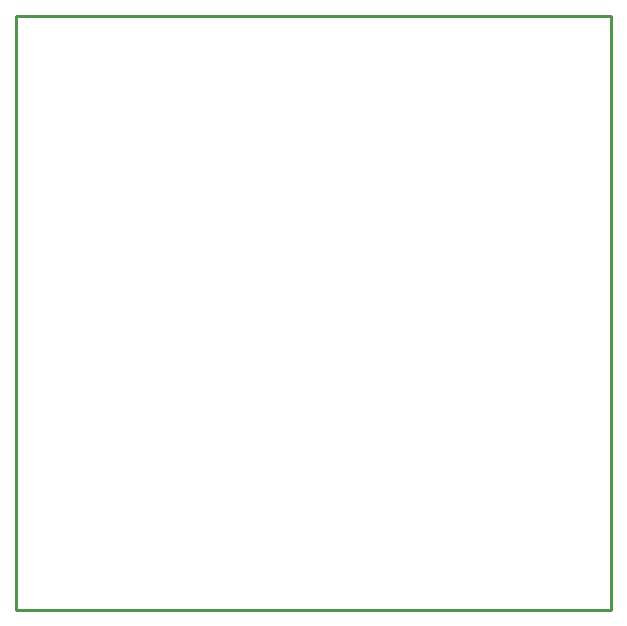
<source format=gko>
G04*
G04 #@! TF.GenerationSoftware,Altium Limited,Altium Designer,24.9.1 (31)*
G04*
G04 Layer_Color=16711935*
%FSLAX44Y44*%
%MOMM*%
G71*
G04*
G04 #@! TF.SameCoordinates,4F6A3D44-4BAA-4EB1-AB99-C70FB7F5AA8B*
G04*
G04*
G04 #@! TF.FilePolarity,Positive*
G04*
G01*
G75*
%ADD13C,0.2540*%
D13*
X-2051Y501284D02*
X501472D01*
X-2051D02*
X-2051Y-1205D01*
X501472Y501284D02*
X501473Y-1205D01*
X-2051D02*
X501473D01*
M02*

</source>
